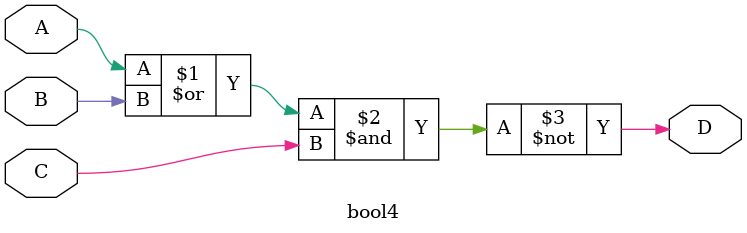
<source format=v>
`timescale 1ns / 1ps

module bool4(output D, input A, B, C);
    assign D = ~((A|B)&C);
endmodule
</source>
